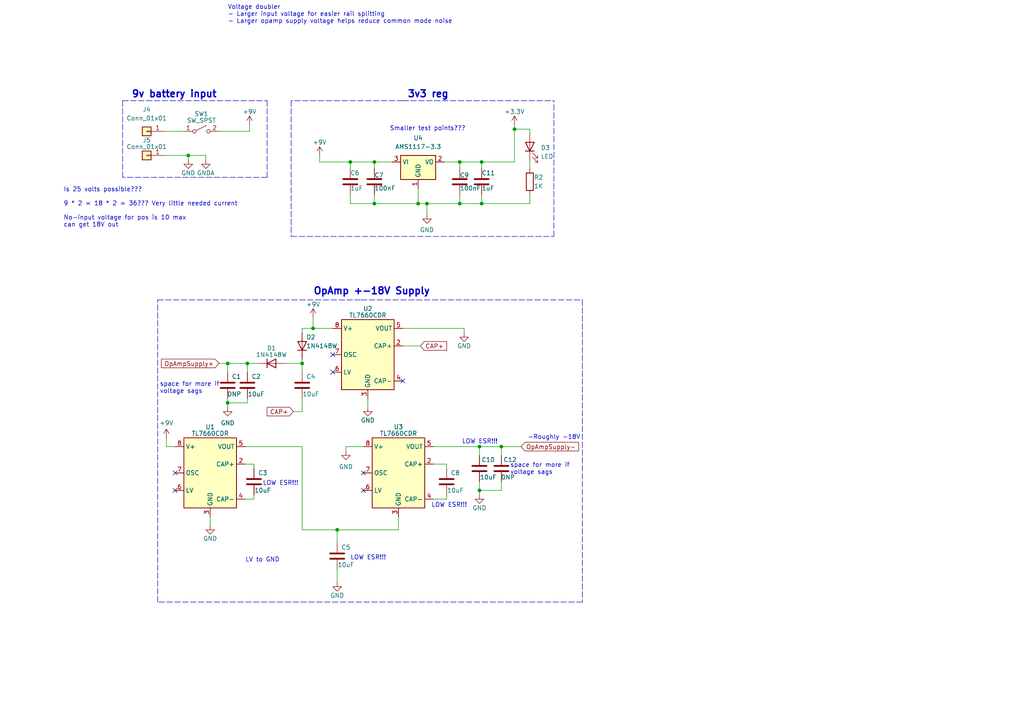
<source format=kicad_sch>
(kicad_sch (version 20230121) (generator eeschema)
  (paper "A4")
  (lib_symbols
    (symbol "Connector_Generic:Conn_01x01" (pin_names (offset 1.016) hide)
      (property "Reference" "J" (at 0 2.54 0))
      (property "Value" "Conn_01x01" (at 0 -2.54 0))
      (symbol "Conn_01x01_1_1"
        (rectangle (start -1.27 0.127) (end 0 -0.127) (stroke (width 0.1524)))
        (rectangle (start -1.27 1.27) (end 1.27 -1.27) (stroke (width 0.254)) (fill (type background)))
        (pin passive line (at -5.08 0 0) (length 3.81) (name "Pin_1") (number "1"))
      )
    )
    (symbol "Device:C" (pin_numbers hide) (pin_names (offset 0.254))
      (property "Reference" "C" (at 0.635 2.54 0))
      (property "Value" "C" (at 0.635 -2.54 0))
      (symbol "C_0_1"
        (polyline (pts (xy -2.032 -0.762) (xy 2.032 -0.762)) (stroke (width 0.508)))
        (polyline (pts (xy -2.032 0.762) (xy 2.032 0.762)) (stroke (width 0.508)))
      )
      (symbol "C_1_1"
        (pin passive line (at 0 3.81 270) (length 2.794) (name "~") (number "1"))
        (pin passive line (at 0 -3.81 90) (length 2.794) (name "~") (number "2"))
      )
    )
    (symbol "Device:D" (pin_numbers hide) (pin_names (offset 1.016) hide)
      (property "Reference" "D" (at 0 2.54 0))
      (property "Value" "D" (at 0 -2.54 0))
      (symbol "D_0_1"
        (polyline (pts (xy -1.27 1.27) (xy -1.27 -1.27)) (stroke (width 0.254)))
        (polyline (pts (xy 1.27 0) (xy -1.27 0)))
        (polyline (pts (xy 1.27 1.27) (xy 1.27 -1.27) (xy -1.27 0) (xy 1.27 1.27)) (stroke (width 0.254)))
      )
      (symbol "D_1_1"
        (pin passive line (at -3.81 0 0) (length 2.54) (name "K") (number "1"))
        (pin passive line (at 3.81 0 180) (length 2.54) (name "A") (number "2"))
      )
    )
    (symbol "Device:LED" (pin_numbers hide) (pin_names (offset 1.016) hide)
      (property "Reference" "D" (at 0 2.54 0))
      (property "Value" "LED" (at 0 -2.54 0))
      (symbol "LED_0_1"
        (polyline (pts (xy -1.27 -1.27) (xy -1.27 1.27)) (stroke (width 0.254)))
        (polyline (pts (xy -1.27 0) (xy 1.27 0)))
        (polyline (pts (xy 1.27 -1.27) (xy 1.27 1.27) (xy -1.27 0) (xy 1.27 -1.27)) (stroke (width 0.254)))
        (polyline (pts (xy -3.048 -0.762) (xy -4.572 -2.286) (xy -3.81 -2.286) (xy -4.572 -2.286) (xy -4.572 -1.524)))
        (polyline (pts (xy -1.778 -0.762) (xy -3.302 -2.286) (xy -2.54 -2.286) (xy -3.302 -2.286) (xy -3.302 -1.524)))
      )
      (symbol "LED_1_1"
        (pin passive line (at -3.81 0 0) (length 2.54) (name "K") (number "1"))
        (pin passive line (at 3.81 0 180) (length 2.54) (name "A") (number "2"))
      )
    )
    (symbol "Device:R" (pin_numbers hide) (pin_names (offset 0))
      (property "Reference" "R" (at 2.032 0 90))
      (property "Value" "R" (at 0 0 90))
      (symbol "R_0_1"
        (rectangle (start -1.016 -2.54) (end 1.016 2.54) (stroke (width 0.254)))
      )
      (symbol "R_1_1"
        (pin passive line (at 0 3.81 270) (length 1.27) (name "~") (number "1"))
        (pin passive line (at 0 -3.81 90) (length 1.27) (name "~") (number "2"))
      )
    )
    (symbol "Regulator_Linear:AMS1117-3.3"
      (property "Reference" "U" (at -3.81 3.175 0))
      (property "Value" "AMS1117-3.3" (at 0 3.175 0))
      (symbol "AMS1117-3.3_0_1"
        (rectangle (start -5.08 -5.08) (end 5.08 1.905) (stroke (width 0.254)) (fill (type background)))
      )
      (symbol "AMS1117-3.3_1_1"
        (pin power_in line (at 0 -7.62 90) (length 2.54) (name "GND") (number "1"))
        (pin power_out line (at 7.62 0 180) (length 2.54) (name "VO") (number "2"))
        (pin power_in line (at -7.62 0 0) (length 2.54) (name "VI") (number "3"))
      )
    )
    (symbol "Regulator_SwitchedCapacitor:LMC7660"
      (property "Reference" "U" (at -6.604 11.43 0))
      (property "Value" "LMC7660" (at 0 11.43 0))
      (symbol "LMC7660_0_1"
        (rectangle (start -7.62 10.16) (end 7.62 -10.16) (stroke (width 0.254)) (fill (type background)))
      )
      (symbol "LMC7660_1_1"
        (pin no_connect line (at -7.62 5.08 0) (length 2.54) hide (name "NC") (number "1"))
        (pin input line (at 10.16 2.54 180) (length 2.54) (name "CAP+") (number "2"))
        (pin power_in line (at 0 -12.7 90) (length 2.54) (name "GND") (number "3"))
        (pin input line (at 10.16 -7.62 180) (length 2.54) (name "CAP-") (number "4"))
        (pin power_out line (at 10.16 7.62 180) (length 2.54) (name "VOUT") (number "5"))
        (pin input line (at -10.16 -5.08 0) (length 2.54) (name "LV") (number "6"))
        (pin input line (at -10.16 0 0) (length 2.54) (name "OSC") (number "7"))
        (pin power_in line (at -10.16 7.62 0) (length 2.54) (name "V+") (number "8"))
      )
    )
    (symbol "Switch:SW_SPST" (pin_names (offset 0) hide)
      (property "Reference" "SW" (at 0 3.175 0))
      (property "Value" "SW_SPST" (at 0 -2.54 0))
      (symbol "SW_SPST_0_0"
        (circle (center -2.032 0) (radius 0.508))
        (polyline (pts (xy -1.524 0.254) (xy 1.524 1.778)))
        (circle (center 2.032 0) (radius 0.508))
      )
      (symbol "SW_SPST_1_1"
        (pin passive line (at -5.08 0 0) (length 2.54) (name "A") (number "1"))
        (pin passive line (at 5.08 0 180) (length 2.54) (name "B") (number "2"))
      )
    )
    (symbol "power:+3.3V" (power) (pin_names (offset 0))
      (property "Value" "+3.3V" (at 0 3.556 0))
      (symbol "+3.3V_0_1"
        (polyline (pts (xy -0.762 1.27) (xy 0 2.54)))
        (polyline (pts (xy 0 0) (xy 0 2.54)))
        (polyline (pts (xy 0 2.54) (xy 0.762 1.27)))
      )
      (symbol "+3.3V_1_1"
        (pin power_in line (at 0 0 90) (length 0) hide (name "+3.3V") (number "1"))
      )
    )
    (symbol "power:+9V" (power) (pin_names (offset 0))
      (property "Value" "+9V" (at 0 3.556 0))
      (symbol "+9V_0_1"
        (polyline (pts (xy -0.762 1.27) (xy 0 2.54)))
        (polyline (pts (xy 0 0) (xy 0 2.54)))
        (polyline (pts (xy 0 2.54) (xy 0.762 1.27)))
      )
      (symbol "+9V_1_1"
        (pin power_in line (at 0 0 90) (length 0) hide (name "+9V") (number "1"))
      )
    )
    (symbol "power:GND" (power) (pin_names (offset 0))
      (property "Value" "GND" (at 0 -3.81 0))
      (symbol "GND_0_1"
        (polyline (pts (xy 0 0) (xy 0 -1.27) (xy 1.27 -1.27) (xy 0 -2.54) (xy -1.27 -1.27) (xy 0 -1.27)))
      )
      (symbol "GND_1_1"
        (pin power_in line (at 0 0 270) (length 0) hide (name "GND") (number "1"))
      )
    )
    (symbol "power:GNDA" (power) (pin_names (offset 0))
      (property "Value" "GNDA" (at 0 -3.81 0))
      (symbol "GNDA_0_1"
        (polyline (pts (xy 0 0) (xy 0 -1.27) (xy 1.27 -1.27) (xy 0 -2.54) (xy -1.27 -1.27) (xy 0 -1.27)))
      )
      (symbol "GNDA_1_1"
        (pin power_in line (at 0 0 270) (length 0) hide (name "GNDA") (number "1"))
      )
    )
  )
  (junction (at 121.285 59.055))
  (junction (at 139.7 46.99))
  (junction (at 123.825 59.055))
  (junction (at 149.225 37.465))
  (junction (at 66.04 116.84))
  (junction (at 54.61 45.085))
  (junction (at 139.7 59.055))
  (junction (at 145.415 129.54))
  (junction (at 133.35 46.99))
  (junction (at 108.585 46.99))
  (junction (at 139.065 142.24))
  (junction (at 90.805 95.25))
  (junction (at 101.6 46.99))
  (junction (at 66.04 105.41))
  (junction (at 108.585 59.055))
  (junction (at 87.63 105.41))
  (junction (at 139.065 129.54))
  (junction (at 133.35 59.055))
  (junction (at 71.755 105.41))
  (junction (at 97.79 153.67))
  (no_connect (at 105.41 137.16))
  (no_connect (at 116.84 110.49))
  (no_connect (at 105.41 142.24))
  (no_connect (at 96.52 107.95))
  (no_connect (at 50.8 142.24))
  (no_connect (at 96.52 102.87))
  (no_connect (at 50.8 137.16))
  (wire (pts (xy 101.6 56.515) (xy 101.6 59.055)))
  (wire (pts (xy 129.54 134.62) (xy 125.73 134.62)))
  (wire (pts (xy 101.6 46.99) (xy 108.585 46.99)))
  (wire (pts (xy 129.54 144.78) (xy 125.73 144.78)))
  (polyline (pts (xy 104.775 86.995) (xy 168.91 86.995)) (stroke (width 0) (type dash)))
  (wire (pts (xy 66.04 105.41) (xy 66.04 107.95)))
  (wire (pts (xy 47.625 45.085) (xy 54.61 45.085)))
  (wire (pts (xy 71.12 129.54) (xy 87.63 129.54)))
  (polyline (pts (xy 45.72 174.625) (xy 45.72 86.995)) (stroke (width 0) (type dash)))
  (wire (pts (xy 48.26 129.54) (xy 50.8 129.54)))
  (wire (pts (xy 153.67 37.465) (xy 149.225 37.465)))
  (polyline (pts (xy 77.47 29.21) (xy 77.47 51.435)) (stroke (width 0) (type dash)))
  (wire (pts (xy 60.96 149.86) (xy 60.96 152.4)))
  (wire (pts (xy 66.04 105.41) (xy 71.755 105.41)))
  (wire (pts (xy 73.66 134.62) (xy 71.12 134.62)))
  (wire (pts (xy 97.79 153.67) (xy 97.79 157.48)))
  (wire (pts (xy 87.63 105.41) (xy 82.55 105.41)))
  (wire (pts (xy 139.7 48.895) (xy 139.7 46.99)))
  (wire (pts (xy 125.73 129.54) (xy 139.065 129.54)))
  (wire (pts (xy 63.5 105.41) (xy 66.04 105.41)))
  (wire (pts (xy 121.285 54.61) (xy 121.285 59.055)))
  (wire (pts (xy 71.755 107.95) (xy 71.755 105.41)))
  (wire (pts (xy 134.62 95.25) (xy 134.62 96.52)))
  (wire (pts (xy 47.625 38.1) (xy 53.34 38.1)))
  (wire (pts (xy 108.585 59.055) (xy 121.285 59.055)))
  (wire (pts (xy 73.66 135.89) (xy 73.66 134.62)))
  (wire (pts (xy 115.57 153.67) (xy 115.57 149.86)))
  (wire (pts (xy 101.6 59.055) (xy 108.585 59.055)))
  (wire (pts (xy 100.33 130.81) (xy 100.33 129.54)))
  (wire (pts (xy 108.585 56.515) (xy 108.585 59.055)))
  (wire (pts (xy 139.065 129.54) (xy 145.415 129.54)))
  (wire (pts (xy 101.6 48.895) (xy 101.6 46.99)))
  (wire (pts (xy 129.54 135.89) (xy 129.54 134.62)))
  (polyline (pts (xy 168.91 86.995) (xy 168.91 174.625)) (stroke (width 0) (type dash)))
  (wire (pts (xy 128.905 46.99) (xy 133.35 46.99)))
  (wire (pts (xy 87.63 95.25) (xy 90.805 95.25)))
  (wire (pts (xy 97.79 165.1) (xy 97.79 168.91)))
  (wire (pts (xy 87.63 129.54) (xy 87.63 153.67)))
  (wire (pts (xy 149.225 37.465) (xy 149.225 46.99)))
  (wire (pts (xy 123.825 62.23) (xy 123.825 59.055)))
  (polyline (pts (xy 84.455 29.21) (xy 84.455 68.58)) (stroke (width 0) (type dash)))
  (wire (pts (xy 97.79 153.67) (xy 115.57 153.67)))
  (wire (pts (xy 73.66 144.78) (xy 71.12 144.78)))
  (wire (pts (xy 153.67 46.355) (xy 153.67 48.895)))
  (wire (pts (xy 87.63 153.67) (xy 97.79 153.67)))
  (wire (pts (xy 139.065 142.24) (xy 139.065 143.51)))
  (wire (pts (xy 145.415 142.24) (xy 139.065 142.24)))
  (wire (pts (xy 71.755 115.57) (xy 71.755 116.84)))
  (wire (pts (xy 63.5 38.1) (xy 72.39 38.1)))
  (wire (pts (xy 108.585 46.99) (xy 108.585 48.895)))
  (polyline (pts (xy 160.655 68.58) (xy 160.655 29.21)) (stroke (width 0) (type dash)))
  (wire (pts (xy 133.35 46.99) (xy 139.7 46.99)))
  (polyline (pts (xy 35.56 29.21) (xy 35.56 51.435)) (stroke (width 0) (type dash)))
  (wire (pts (xy 139.7 56.515) (xy 139.7 59.055)))
  (wire (pts (xy 48.26 127) (xy 48.26 129.54)))
  (wire (pts (xy 116.84 95.25) (xy 134.62 95.25)))
  (wire (pts (xy 85.09 119.38) (xy 87.63 119.38)))
  (wire (pts (xy 139.7 59.055) (xy 133.35 59.055)))
  (wire (pts (xy 123.825 59.055) (xy 133.35 59.055)))
  (wire (pts (xy 59.69 46.355) (xy 59.69 45.085)))
  (wire (pts (xy 153.67 38.735) (xy 153.67 37.465)))
  (wire (pts (xy 121.285 59.055) (xy 123.825 59.055)))
  (polyline (pts (xy 116.84 29.21) (xy 84.455 29.21)) (stroke (width 0) (type dash)))
  (wire (pts (xy 92.71 46.99) (xy 101.6 46.99)))
  (wire (pts (xy 66.04 116.84) (xy 66.04 118.11)))
  (wire (pts (xy 145.415 139.7) (xy 145.415 142.24)))
  (wire (pts (xy 71.755 116.84) (xy 66.04 116.84)))
  (wire (pts (xy 87.63 119.38) (xy 87.63 115.57)))
  (wire (pts (xy 116.84 100.33) (xy 121.92 100.33)))
  (wire (pts (xy 129.54 143.51) (xy 129.54 144.78)))
  (wire (pts (xy 73.66 143.51) (xy 73.66 144.78)))
  (wire (pts (xy 90.805 92.075) (xy 90.805 95.25)))
  (polyline (pts (xy 77.47 51.435) (xy 35.56 51.435)) (stroke (width 0) (type dash)))
  (wire (pts (xy 87.63 105.41) (xy 87.63 107.95)))
  (wire (pts (xy 66.04 115.57) (xy 66.04 116.84)))
  (wire (pts (xy 145.415 129.54) (xy 151.13 129.54)))
  (wire (pts (xy 108.585 46.99) (xy 113.665 46.99)))
  (wire (pts (xy 153.67 56.515) (xy 153.67 59.055)))
  (polyline (pts (xy 35.56 29.21) (xy 77.47 29.21)) (stroke (width 0) (type dash)))
  (polyline (pts (xy 168.91 174.625) (xy 45.72 174.625)) (stroke (width 0) (type dash)))
  (wire (pts (xy 106.68 115.57) (xy 106.68 118.11)))
  (wire (pts (xy 92.71 46.99) (xy 92.71 45.085)))
  (wire (pts (xy 139.7 59.055) (xy 153.67 59.055)))
  (wire (pts (xy 87.63 104.14) (xy 87.63 105.41)))
  (wire (pts (xy 72.39 38.1) (xy 72.39 36.195)))
  (wire (pts (xy 139.7 46.99) (xy 149.225 46.99)))
  (wire (pts (xy 87.63 96.52) (xy 87.63 95.25)))
  (wire (pts (xy 139.065 139.7) (xy 139.065 142.24)))
  (wire (pts (xy 59.69 45.085) (xy 54.61 45.085)))
  (wire (pts (xy 145.415 129.54) (xy 145.415 132.08)))
  (wire (pts (xy 54.61 46.355) (xy 54.61 45.085)))
  (wire (pts (xy 90.805 95.25) (xy 96.52 95.25)))
  (wire (pts (xy 133.35 56.515) (xy 133.35 59.055)))
  (wire (pts (xy 100.33 129.54) (xy 105.41 129.54)))
  (polyline (pts (xy 84.455 68.58) (xy 160.655 68.58)) (stroke (width 0) (type dash)))
  (wire (pts (xy 139.065 129.54) (xy 139.065 132.08)))
  (wire (pts (xy 71.755 105.41) (xy 74.93 105.41)))
  (polyline (pts (xy 116.84 29.21) (xy 160.655 29.21)) (stroke (width 0) (type dash)))
  (wire (pts (xy 133.35 46.99) (xy 133.35 48.895)))
  (wire (pts (xy 149.225 36.195) (xy 149.225 37.465)))
  (polyline (pts (xy 45.72 86.995) (xy 104.775 86.995)) (stroke (width 0) (type dash)))
  (text "space for more if\nvoltage sags" (at 147.955 137.795 0) (effects (font (size 1.27 1.27)) (justify left bottom)))
  (text "space for more if\nvoltage sags" (at 46.355 114.3 0) (effects (font (size 1.27 1.27)) (justify left bottom)))
  (text "LOW ESR!!!" (at 133.985 128.905 0) (effects (font (size 1.27 1.27)) (justify left bottom)))
  (text "OpAmp +-18V Supply" (at 90.805 85.725 0) (effects (font (size 2 2) (thickness 0.4) bold) (justify left bottom)))
  (text "LOW ESR!!!" (at 125.095 147.32 0) (effects (font (size 1.27 1.27)) (justify left bottom)))
  (text "Voltage doubler\n- Larger input voltage for easier rail splitting\n- Larger opamp supply voltage helps reduce common mode noise" (at 66.04 6.985 0) (effects (font (size 1.27 1.27)) (justify left bottom)))
  (text "LOW ESR!!!" (at 76.2 140.97 0) (effects (font (size 1.27 1.27)) (justify left bottom)))
  (text "-Roughly -18V" (at 153.035 127.635 0) (effects (font (size 1.27 1.27)) (justify left bottom)))
  (text "3v3 reg" (at 118.11 28.575 0) (effects (font (size 2 2) bold) (justify left bottom)))
  (text "9v battery input" (at 38.1 28.575 0) (effects (font (size 2 2) (thickness 0.4) bold) (justify left bottom)))
  (text "Is 25 volts possible???\n\n9 * 2 = 18 * 2 = 36??? Very little needed current\n\nNo-input voltage for pos is 10 max\ncan get 18V out" (at 18.415 66.04 0) (effects (font (size 1.27 1.27)) (justify left bottom)))
  (text "LV to GND\n" (at 71.12 163.195 0) (effects (font (size 1.27 1.27)) (justify left bottom)))
  (text "Smaller test points???" (at 113.03 38.1 0) (effects (font (size 1.27 1.27)) (justify left bottom)))
  (text "LOW ESR!!!" (at 101.6 162.56 0) (effects (font (size 1.27 1.27)) (justify left bottom)))
  (global_label "OpAmpSupply-" (shape input) (at 151.13 129.54 0) (property "Intersheetrefs" "${INTERSHEET_REFS}" (effects hide)))
  (global_label "OpAmpSupply+" (shape input) (at 63.5 105.41 180) (property "Intersheetrefs" "${INTERSHEET_REFS}" (effects hide)))
  (global_label "CAP+" (shape input) (at 121.92 100.33 0) (property "Intersheetrefs" "${INTERSHEET_REFS}" (effects hide)))
  (global_label "CAP+" (shape input) (at 85.09 119.38 180) (property "Intersheetrefs" "${INTERSHEET_REFS}" (effects hide)))
  (symbol (lib_id "power:GND") (at 60.96 152.4 0) (unit 1)
    (property "Reference" "#PWR06" (effects hide))
    (property "Value" "GND" (at 60.96 156.21 0))
    (instances (project "DMM_V2" (path "" (reference "#PWR06") (unit 1))) (project "DMM" (path "" (reference "#PWR068") (unit 1))))
  )
  (symbol (lib_id "Switch:SW_SPST") (at 58.42 38.1 0) (unit 1)
    (property "Reference" "SW1" (at 58.42 33.02 0))
    (property "Value" "SW_SPST" (at 58.42 34.925 0))
    (property "Footprint" "Custom Lib:Dip Switch" (effects hide))
    (property "Store" "Parts Bin" (effects hide))
    (instances (project "DMM_V2" (path "" (reference "SW1") (unit 1))) (project "DMM" (path "" (reference "SW5") (unit 1))))
  )
  (symbol (lib_id "power:GND") (at 134.62 96.52 0) (unit 1)
    (property "Reference" "#PWR015" (effects hide))
    (property "Value" "GND" (at 134.62 100.33 0))
    (instances (project "DMM_V2" (path "" (reference "#PWR015") (unit 1))) (project "DMM" (path "" (reference "#PWR092") (unit 1))))
  )
  (symbol (lib_id "Connector_Generic:Conn_01x01") (at 42.545 38.1 180) (unit 1)
    (property "Reference" "J4" (at 42.545 31.75 0))
    (property "Value" "Conn_01x01" (at 42.545 34.29 0))
    (property "Footprint" "TestPoint:TestPoint_THTPad_3.0x3.0mm_Drill1.5mm" (effects hide))
    (property "LCSC Price" "0" (effects hide))
    (property "Price Qty" "0" (effects hide))
    (property "Store" "Parts Bin" (effects hide))
    (instances (project "DMM_V2" (path "" (reference "J4") (unit 1))) (project "DMM" (path "" (reference "J8") (unit 1))))
  )
  (symbol (lib_id "power:GND") (at 139.065 143.51 0) (unit 1)
    (property "Reference" "#PWR016" (effects hide))
    (property "Value" "GND" (at 139.065 147.32 0))
    (instances (project "DMM_V2" (path "" (reference "#PWR016") (unit 1))) (project "DMM" (path "" (reference "#PWR087") (unit 1))))
  )
  (symbol (lib_id "Device:C") (at 66.04 111.76 180) (unit 1)
    (property "Reference" "C1" (at 68.58 109.22 0))
    (property "Value" "DNP" (at 67.945 114.3 0))
    (property "Footprint" "Capacitor_SMD:C_1206_3216Metric_Pad1.33x1.80mm_HandSolder" (effects hide))
    (instances (project "DMM_V2" (path "" (reference "C1") (unit 1))) (project "DMM" (path "" (reference "C40") (unit 1))))
  )
  (symbol (lib_id "Device:C") (at 133.35 52.705 0) (unit 1)
    (property "Reference" "C9" (at 133.35 50.8 0) (effects (justify left)))
    (property "Value" "100nF" (at 133.35 54.61 0) (effects (justify left)))
    (property "Footprint" "Capacitor_SMD:C_0402_1005Metric_Pad0.74x0.62mm_HandSolder" (effects hide))
    (property "LCSC Price" "0.18" (effects hide))
    (property "Store" "https://www.lcsc.com/product-detail/Multilayer-Ceramic-Capacitors-MLCC-SMD-SMT_Samwha-span-style-background-color-ff0-Capacitor-span-CS1005X7R104K500NR_C513772.html" (effects hide))
    (property "Price Qty" "100" (effects hide))
    (property "PART#" "C513772" (effects hide))
    (property "Price / 1" "0.0018" (effects hide))
    (instances (project "DMM_V2" (path "" (reference "C9") (unit 1))) (project "DMM" (path "" (reference "C4") (unit 1))))
  )
  (symbol (lib_id "power:+9V") (at 72.39 36.195 0) (unit 1)
    (property "Reference" "#PWR08" (effects hide))
    (property "Value" "+9V" (at 72.39 32.385 0))
    (instances (project "DMM_V2" (path "" (reference "#PWR08") (unit 1))) (project "DMM" (path "" (reference "#PWR058") (unit 1))))
  )
  (symbol (lib_id "power:GND") (at 106.68 118.11 0) (unit 1)
    (property "Reference" "#PWR013" (effects hide))
    (property "Value" "GND" (at 106.68 121.92 0))
    (instances (project "DMM_V2" (path "" (reference "#PWR013") (unit 1))) (project "DMM" (path "" (reference "#PWR090") (unit 1))))
  )
  (symbol (lib_id "Device:D") (at 78.74 105.41 0) (unit 1)
    (property "Reference" "D1" (at 78.74 100.965 0))
    (property "Value" "1N4148W" (at 78.74 102.87 0))
    (property "Footprint" "Diode_SMD:D_SOD-123" (effects hide))
    (property "Datasheet" "https://datasheet.lcsc.com/lcsc/2308071513_JSMSEMI-1N4148W_C917030.pdf" (effects hide))
    (property "Store" "https://www.lcsc.com/product-detail/Switching-span-style-background-color-ff0-Diode-span_JSMSEMI-1N4148W_C917030.html" (effects hide))
    (property "LCSC Price" "0.52" (effects hide))
    (property "PART#" "C917030" (effects hide))
    (property "Price / 1" "0.0052" (effects hide))
    (property "Price Qty" "100" (effects hide))
  )
  (symbol (lib_id "Device:LED") (at 153.67 42.545 90) (unit 1)
    (property "Reference" "D3" (at 156.845 42.8625 90) (effects (justify right)))
    (property "Value" "LED" (at 156.845 45.4025 90) (effects (justify right)))
    (property "Footprint" "LED_SMD:LED_0603_1608Metric_Pad1.05x0.95mm_HandSolder" (effects hide))
    (property "LCSC Price" "0" (effects hide))
    (property "Price Qty" "0" (effects hide))
    (property "Store" "Parts Bin" (effects hide))
    (instances (project "DMM_V2" (path "" (reference "D3") (unit 1))) (project "DMM" (path "" (reference "D2") (unit 1))))
  )
  (symbol (lib_id "power:GNDA") (at 59.69 46.355 0) (unit 1)
    (property "Reference" "#PWR05" (effects hide))
    (property "Value" "GNDA" (at 59.69 50.165 0))
    (instances (project "DMM_V2" (path "" (reference "#PWR05") (unit 1))) (project "DMM" (path "" (reference "#PWR016") (unit 1))))
  )
  (symbol (lib_id "Device:C") (at 145.415 135.89 180) (unit 1)
    (property "Reference" "C12" (at 147.955 133.35 0))
    (property "Value" "DNP" (at 147.32 138.43 0))
    (property "Footprint" "Capacitor_SMD:C_1206_3216Metric_Pad1.33x1.80mm_HandSolder" (effects hide))
    (instances (project "DMM_V2" (path "" (reference "C12") (unit 1))) (project "DMM" (path "" (reference "C15") (unit 1))))
  )
  (symbol (lib_id "Device:C") (at 73.66 139.7 180) (unit 1)
    (property "Reference" "C3" (at 76.2 137.16 0))
    (property "Value" "10uF" (at 76.2 142.24 0))
    (property "Footprint" "Capacitor_SMD:C_1206_3216Metric_Pad1.33x1.80mm_HandSolder" (effects hide))
    (property "Datasheet" "https://datasheet.lcsc.com/lcsc/2210121101_Samwha-Capacitor-CS3216X5R106M250NRI_C5189826.pdf" (effects hide))
    (property "LCSC Price" "0.41" (effects hide))
    (property "PART#" "C5189826" (effects hide))
    (property "Price / 1" "0.0206" (effects hide))
    (property "Price Qty" "20" (effects hide))
    (property "Store" "https://www.lcsc.com/product-detail/Multilayer-Ceramic-Capacitors-MLCC-SMD-SMT_Samwha-span-style-background-color-ff0-Capacitor-span-CS3216X5R106M250NRI_C5189826.html" (effects hide))
    (instances (project "DMM_V2" (path "" (reference "C3") (unit 1))) (project "DMM" (path "" (reference "C11") (unit 1))))
  )
  (symbol (lib_id "Device:R") (at 153.67 52.705 0) (unit 1)
    (property "Reference" "R2" (at 156.21 51.435 0))
    (property "Value" "1K" (at 156.21 53.975 0))
    (property "Footprint" "Resistor_SMD:R_0603_1608Metric_Pad0.98x0.95mm_HandSolder" (effects hide))
    (property "Datasheet" "https://datasheet.lcsc.com/lcsc/2208230930_RALEC-RTX031001DETP_C5141145.pdf" (effects hide))
    (property "LCSC Price" "0.25" (effects hide))
    (property "Store" "https://www.lcsc.com/product-detail/Chip-span-style-background-color-ff0-Resistor-span-Surface-Mount_RALEC-RTX031001DETP_C5141145.html" (effects hide))
    (property "Price Qty" "50" (effects hide))
    (property "PART#" "C5141145" (effects hide))
    (property "Price / 1" "0.0049" (effects hide))
    (instances (project "DMM_V2" (path "" (reference "R2") (unit 1))) (project "DMM" (path "" (reference "R9") (unit 1))))
  )
  (symbol (lib_id "Connector_Generic:Conn_01x01") (at 42.545 45.085 180) (unit 1)
    (property "Reference" "J5" (at 42.545 40.64 0))
    (property "Value" "Conn_01x01" (at 42.545 42.545 0))
    (property "Footprint" "TestPoint:TestPoint_THTPad_3.0x3.0mm_Drill1.5mm" (effects hide))
    (property "LCSC Price" "0" (effects hide))
    (property "Price Qty" "0" (effects hide))
    (property "Store" "Parts Bin" (effects hide))
    (instances (project "DMM_V2" (path "" (reference "J5") (unit 1))) (project "DMM" (path "" (reference "J9") (unit 1))))
  )
  (symbol (lib_id "power:+9V") (at 92.71 45.085 0) (unit 1)
    (property "Reference" "#PWR010" (effects hide))
    (property "Value" "+9V" (at 92.71 41.275 0))
    (instances (project "DMM_V2" (path "" (reference "#PWR010") (unit 1))) (project "DMM" (path "" (reference "#PWR093") (unit 1))))
  )
  (symbol (lib_id "Device:C") (at 129.54 139.7 180) (unit 1)
    (property "Reference" "C8" (at 132.08 137.16 0))
    (property "Value" "10uF" (at 132.08 142.24 0))
    (property "Footprint" "Capacitor_SMD:C_1206_3216Metric_Pad1.33x1.80mm_HandSolder" (effects hide))
    (property "Datasheet" "https://datasheet.lcsc.com/lcsc/2210121101_Samwha-Capacitor-CS3216X5R106M250NRI_C5189826.pdf" (effects hide))
    (property "LCSC Price" "0.41" (effects hide))
    (property "PART#" "C5189826" (effects hide))
    (property "Price / 1" "0.0206" (effects hide))
    (property "Price Qty" "20" (effects hide))
    (property "Store" "https://www.lcsc.com/product-detail/Multilayer-Ceramic-Capacitors-MLCC-SMD-SMT_Samwha-span-style-background-color-ff0-Capacitor-span-CS3216X5R106M250NRI_C5189826.html" (effects hide))
    (instances (project "DMM_V2" (path "" (reference "C8") (unit 1))) (project "DMM" (path "" (reference "C14") (unit 1))))
  )
  (symbol (lib_id "power:GND") (at 100.33 130.81 0) (unit 1)
    (property "Reference" "#PWR012" (effects hide))
    (property "Value" "GND" (at 100.33 135.382 0))
    (instances (project "DMM_V2" (path "" (reference "#PWR012") (unit 1))) (project "DMM" (path "" (reference "#PWR071") (unit 1))))
  )
  (symbol (lib_id "Regulator_SwitchedCapacitor:LMC7660") (at 60.96 137.16 0) (unit 1)
    (property "Reference" "U1" (at 60.96 123.825 0))
    (property "Value" "TL7660CDR" (at 60.96 125.73 0))
    (property "Footprint" "Package_SO:SOIC-8_3.9x4.9mm_P1.27mm" (effects hide))
    (property "Datasheet" "https://datasheet.lcsc.com/lcsc/1810181612_Texas-Instruments-TL7660CDR_C130206.pdf" (effects hide))
    (property "PART#" "C130206" (effects hide))
    (property "Price / 1" "0.88" (effects hide))
    (property "Store" "https://www.lcsc.com/product-detail/DC-DC-Converters_Texas-Instruments-TL7660CDR_C130206.html" (effects hide))
    (instances (project "DMM_V2" (path "" (reference "U1") (unit 1))) (project "DMM" (path "" (reference "U27") (unit 1))))
  )
  (symbol (lib_id "Device:C") (at 108.585 52.705 0) (unit 1)
    (property "Reference" "C7" (at 108.585 50.8 0) (effects (justify left)))
    (property "Value" "100nF" (at 108.585 54.61 0) (effects (justify left)))
    (property "Footprint" "Capacitor_SMD:C_0402_1005Metric_Pad0.74x0.62mm_HandSolder" (effects hide))
    (property "LCSC Price" "0.18" (effects hide))
    (property "Store" "https://www.lcsc.com/product-detail/Multilayer-Ceramic-Capacitors-MLCC-SMD-SMT_Samwha-span-style-background-color-ff0-Capacitor-span-CS1005X7R104K500NR_C513772.html" (effects hide))
    (property "Price Qty" "100" (effects hide))
    (property "PART#" "C513772" (effects hide))
    (property "Price / 1" "0.0018" (effects hide))
    (instances (project "DMM_V2" (path "" (reference "C7") (unit 1))) (project "DMM" (path "" (reference "C5") (unit 1))))
  )
  (symbol (lib_id "Device:C") (at 139.065 135.89 180) (unit 1)
    (property "Reference" "C10" (at 141.605 133.35 0))
    (property "Value" "10uF" (at 141.605 138.43 0))
    (property "Footprint" "Capacitor_SMD:C_1206_3216Metric_Pad1.33x1.80mm_HandSolder" (effects hide))
    (property "Datasheet" "https://datasheet.lcsc.com/lcsc/2210121101_Samwha-Capacitor-CS3216X5R106M250NRI_C5189826.pdf" (effects hide))
    (property "LCSC Price" "0.41" (effects hide))
    (property "PART#" "C5189826" (effects hide))
    (property "Price / 1" "0.0206" (effects hide))
    (property "Price Qty" "20" (effects hide))
    (property "Store" "https://www.lcsc.com/product-detail/Multilayer-Ceramic-Capacitors-MLCC-SMD-SMT_Samwha-span-style-background-color-ff0-Capacitor-span-CS3216X5R106M250NRI_C5189826.html" (effects hide))
    (instances (project "DMM_V2" (path "" (reference "C10") (unit 1))) (project "DMM" (path "" (reference "C13") (unit 1))))
  )
  (symbol (lib_id "Device:D") (at 87.63 100.33 90) (unit 1)
    (property "Reference" "D2" (at 90.17 97.79 90))
    (property "Value" "1N4148W" (at 93.345 100.33 90))
    (property "Footprint" "Diode_SMD:D_SOD-123" (effects hide))
    (property "Datasheet" "https://datasheet.lcsc.com/lcsc/2308071513_JSMSEMI-1N4148W_C917030.pdf" (effects hide))
    (property "Store" "https://www.lcsc.com/product-detail/Switching-span-style-background-color-ff0-Diode-span_JSMSEMI-1N4148W_C917030.html" (effects hide))
    (property "LCSC Price" "0.52" (effects hide))
    (property "PART#" "C917030" (effects hide))
    (property "Price / 1" "0.0052" (effects hide))
    (property "Price Qty" "100" (effects hide))
    (instances (project "DMM_V2" (path "" (reference "D2") (unit 1))) (project "DMM" (path "" (reference "D4") (unit 1))))
  )
  (symbol (lib_id "Device:C") (at 139.7 52.705 0) (unit 1)
    (property "Reference" "C11" (at 139.7 50.165 0) (effects (justify left)))
    (property "Value" "1uF" (at 139.7 54.61 0) (effects (justify left)))
    (property "Footprint" "Capacitor_SMD:C_0402_1005Metric_Pad0.74x0.62mm_HandSolder" (effects hide))
    (property "Datasheet" "https://datasheet.lcsc.com/lcsc/2304140030_Samsung-Electro-Mechanics-CL05A105KP5NNNC_C14445.pdf" (effects hide))
    (property "LCSC Price" "0.17" (effects hide))
    (property "Store" "https://www.lcsc.com/product-detail/Multilayer-Ceramic-Capacitors-MLCC-SMD-SMT_Samsung-Electro-Mechanics-CL05A105KP5NNNC_C14445.html" (effects hide))
    (property "Price Qty" "100" (effects hide))
    (property "PART#" "C14445" (effects hide))
    (property "Price / 1" "0.0017" (effects hide))
    (instances (project "DMM_V2" (path "" (reference "C11") (unit 1))) (project "DMM" (path "" (reference "C10") (unit 1)) (path "" (reference "C18") (unit 1))))
  )
  (symbol (lib_id "power:GND") (at 54.61 46.355 0) (unit 1)
    (property "Reference" "#PWR04" (effects hide))
    (property "Value" "GND" (at 54.61 50.165 0))
    (instances (project "DMM_V2" (path "" (reference "#PWR04") (unit 1))) (project "DMM" (path "" (reference "#PWR060") (unit 1))))
  )
  (symbol (lib_id "Regulator_SwitchedCapacitor:LMC7660") (at 115.57 137.16 0) (unit 1)
    (property "Reference" "U3" (at 115.57 123.825 0))
    (property "Value" "TL7660CDR" (at 115.57 125.73 0))
    (property "Footprint" "Package_SO:SOIC-8_3.9x4.9mm_P1.27mm" (effects hide))
    (property "Datasheet" "https://datasheet.lcsc.com/lcsc/1810181612_Texas-Instruments-TL7660CDR_C130206.pdf" (effects hide))
    (property "PART#" "C130206" (effects hide))
    (property "Price / 1" "0.88" (effects hide))
    (property "Store" "https://www.lcsc.com/product-detail/DC-DC-Converters_Texas-Instruments-TL7660CDR_C130206.html" (effects hide))
    (instances (project "DMM_V2" (path "" (reference "U3") (unit 1))) (project "DMM" (path "" (reference "U26") (unit 1))))
  )
  (symbol (lib_id "Device:C") (at 101.6 52.705 0) (unit 1)
    (property "Reference" "C6" (at 101.6 50.165 0) (effects (justify left)))
    (property "Value" "1uF" (at 101.6 54.61 0) (effects (justify left)))
    (property "Footprint" "Capacitor_SMD:C_0402_1005Metric_Pad0.74x0.62mm_HandSolder" (effects hide))
    (property "Datasheet" "https://datasheet.lcsc.com/lcsc/2304140030_Samsung-Electro-Mechanics-CL05A105KP5NNNC_C14445.pdf" (effects hide))
    (property "LCSC Price" "0.17" (effects hide))
    (property "Store" "https://www.lcsc.com/product-detail/Multilayer-Ceramic-Capacitors-MLCC-SMD-SMT_Samsung-Electro-Mechanics-CL05A105KP5NNNC_C14445.html" (effects hide))
    (property "Price Qty" "100" (effects hide))
    (property "PART#" "C14445" (effects hide))
    (property "Price / 1" "0.0017" (effects hide))
    (instances (project "DMM_V2" (path "" (reference "C6") (unit 1))) (project "DMM" (path "" (reference "C10") (unit 1)) (path "" (reference "C16") (unit 1))))
  )
  (symbol (lib_id "Device:C") (at 71.755 111.76 180) (unit 1)
    (property "Reference" "C2" (at 74.295 109.22 0))
    (property "Value" "10uF" (at 74.295 114.3 0))
    (property "Footprint" "Capacitor_SMD:C_1206_3216Metric_Pad1.33x1.80mm_HandSolder" (effects hide))
    (property "Datasheet" "https://datasheet.lcsc.com/lcsc/2210121101_Samwha-Capacitor-CS3216X5R106M250NRI_C5189826.pdf" (effects hide))
    (property "LCSC Price" "0.41" (effects hide))
    (property "PART#" "C5189826" (effects hide))
    (property "Price / 1" "0.0206" (effects hide))
    (property "Price Qty" "20" (effects hide))
    (property "Store" "https://www.lcsc.com/product-detail/Multilayer-Ceramic-Capacitors-MLCC-SMD-SMT_Samwha-span-style-background-color-ff0-Capacitor-span-CS3216X5R106M250NRI_C5189826.html" (effects hide))
    (instances (project "DMM_V2" (path "" (reference "C2") (unit 1))) (project "DMM" (path "" (reference "C12") (unit 1))))
  )
  (symbol (lib_id "power:GND") (at 123.825 62.23 0) (unit 1)
    (property "Reference" "#PWR014" (effects hide))
    (property "Value" "GND" (at 123.825 66.675 0))
    (instances (project "DMM_V2" (path "" (reference "#PWR014") (unit 1))) (project "DMM" (path "" (reference "#PWR034") (unit 1))))
  )
  (symbol (lib_id "power:GND") (at 97.79 168.91 0) (unit 1)
    (property "Reference" "#PWR011" (effects hide))
    (property "Value" "GND" (at 97.79 172.72 0))
    (instances (project "DMM_V2" (path "" (reference "#PWR011") (unit 1))) (project "DMM" (path "" (reference "#PWR086") (unit 1))))
  )
  (symbol (lib_id "Device:C") (at 97.79 161.29 180) (unit 1)
    (property "Reference" "C5" (at 100.33 158.75 0))
    (property "Value" "10uF" (at 100.33 163.83 0))
    (property "Footprint" "Capacitor_SMD:C_1206_3216Metric_Pad1.33x1.80mm_HandSolder" (effects hide))
    (property "Datasheet" "https://datasheet.lcsc.com/lcsc/2210121101_Samwha-Capacitor-CS3216X5R106M250NRI_C5189826.pdf" (effects hide))
    (property "LCSC Price" "0.41" (effects hide))
    (property "PART#" "C5189826" (effects hide))
    (property "Price / 1" "0.0206" (effects hide))
    (property "Price Qty" "20" (effects hide))
    (property "Store" "https://www.lcsc.com/product-detail/Multilayer-Ceramic-Capacitors-MLCC-SMD-SMT_Samwha-span-style-background-color-ff0-Capacitor-span-CS3216X5R106M250NRI_C5189826.html" (effects hide))
    (instances (project "DMM_V2" (path "" (reference "C5") (unit 1))) (project "DMM" (path "" (reference "C17") (unit 1))))
  )
  (symbol (lib_id "power:GND") (at 66.04 118.11 0) (unit 1)
    (property "Reference" "#PWR07" (effects hide))
    (property "Value" "GND" (at 66.04 122.682 0))
    (instances (project "DMM_V2" (path "" (reference "#PWR07") (unit 1))) (project "DMM" (path "" (reference "#PWR091") (unit 1))))
  )
  (symbol (lib_id "Regulator_SwitchedCapacitor:LMC7660") (at 106.68 102.87 0) (unit 1)
    (property "Reference" "U2" (at 106.68 89.535 0))
    (property "Value" "TL7660CDR" (at 106.68 91.44 0))
    (property "Footprint" "Package_SO:SOIC-8_3.9x4.9mm_P1.27mm" (effects hide))
    (property "Datasheet" "https://datasheet.lcsc.com/lcsc/1810181612_Texas-Instruments-TL7660CDR_C130206.pdf" (effects hide))
    (property "PART#" "C130206" (effects hide))
    (property "Price / 1" "0.88" (effects hide))
    (property "Store" "https://www.lcsc.com/product-detail/DC-DC-Converters_Texas-Instruments-TL7660CDR_C130206.html" (effects hide))
    (instances (project "DMM_V2" (path "" (reference "U2") (unit 1))) (project "DMM" (path "" (reference "U28") (unit 1))))
  )
  (symbol (lib_id "power:+3.3V") (at 149.225 36.195 0) (unit 1)
    (property "Reference" "#PWR017" (effects hide))
    (property "Value" "+3.3V" (at 149.225 32.385 0))
    (instances (project "DMM_V2" (path "" (reference "#PWR017") (unit 1))) (project "DMM" (path "" (reference "#PWR033") (unit 1))))
  )
  (symbol (lib_id "Device:C") (at 87.63 111.76 180) (unit 1)
    (property "Reference" "C4" (at 90.17 109.22 0))
    (property "Value" "10uF" (at 90.17 114.3 0))
    (property "Footprint" "Capacitor_SMD:C_1206_3216Metric_Pad1.33x1.80mm_HandSolder" (effects hide))
    (property "Datasheet" "https://datasheet.lcsc.com/lcsc/2210121101_Samwha-Capacitor-CS3216X5R106M250NRI_C5189826.pdf" (effects hide))
    (property "LCSC Price" "0.41" (effects hide))
    (property "PART#" "C5189826" (effects hide))
    (property "Price / 1" "0.0206" (effects hide))
    (property "Price Qty" "20" (effects hide))
    (property "Store" "https://www.lcsc.com/product-detail/Multilayer-Ceramic-Capacitors-MLCC-SMD-SMT_Samwha-span-style-background-color-ff0-Capacitor-span-CS3216X5R106M250NRI_C5189826.html" (effects hide))
    (instances (project "DMM_V2" (path "" (reference "C4") (unit 1))) (project "DMM" (path "" (reference "C38") (unit 1))))
  )
  (symbol (lib_id "power:+9V") (at 48.26 127 0) (unit 1)
    (property "Reference" "#PWR03" (effects hide))
    (property "Value" "+9V" (at 48.26 122.682 0))
    (instances (project "DMM_V2" (path "" (reference "#PWR03") (unit 1))) (project "DMM" (path "" (reference "#PWR069") (unit 1))))
  )
  (symbol (lib_id "power:+9V") (at 90.805 92.075 0) (unit 1)
    (property "Reference" "#PWR09" (effects hide))
    (property "Value" "+9V" (at 90.805 88.265 0))
    (instances (project "DMM_V2" (path "" (reference "#PWR09") (unit 1))) (project "DMM" (path "" (reference "#PWR08") (unit 1))))
  )
  (symbol (lib_id "Regulator_Linear:AMS1117-3.3") (at 121.285 46.99 0) (unit 1)
    (property "Reference" "U4" (at 121.285 40.005 0))
    (property "Value" "AMS1117-3.3" (at 121.285 42.545 0))
    (property "Footprint" "Package_TO_SOT_SMD:SOT-89-3" (effects hide))
    (property "Datasheet" "https://datasheet.lcsc.com/lcsc/2301120930_HXY-MOSFET-AMS1117-3-3_C5345982.pdf" (effects hide))
    (property "LCSC Price" "0.39" (effects hide))
    (property "Store" "https://www.lcsc.com/product-detail/Linear-Voltage-Regulators-LDO_HXY-MOSFET-AMS1117-3-3_C5345982.html" (effects hide))
    (property "Price Qty" "10" (effects hide))
    (property "PART#" "C5345982" (effects hide))
    (property "Price / 1" "0.0392" (effects hide))
    (instances (project "DMM_V2" (path "" (reference "U4") (unit 1))) (project "DMM" (path "" (reference "U8") (unit 1))))
  )
)
</source>
